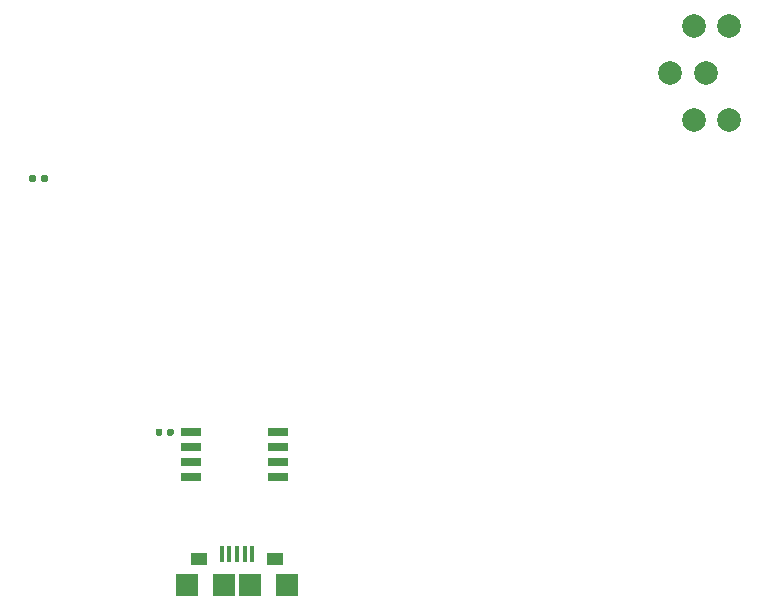
<source format=gbp>
G04 #@! TF.GenerationSoftware,KiCad,Pcbnew,5.1.10*
G04 #@! TF.CreationDate,2021-09-05T11:20:00+02:00*
G04 #@! TF.ProjectId,badge,62616467-652e-46b6-9963-61645f706362,rev?*
G04 #@! TF.SameCoordinates,Original*
G04 #@! TF.FileFunction,Paste,Bot*
G04 #@! TF.FilePolarity,Positive*
%FSLAX46Y46*%
G04 Gerber Fmt 4.6, Leading zero omitted, Abs format (unit mm)*
G04 Created by KiCad (PCBNEW 5.1.10) date 2021-09-05 11:20:00*
%MOMM*%
%LPD*%
G01*
G04 APERTURE LIST*
%ADD10C,2.000000*%
%ADD11R,0.400000X1.350000*%
%ADD12R,1.350000X1.000000*%
%ADD13R,1.900000X1.900000*%
%ADD14R,1.700000X0.650000*%
G04 APERTURE END LIST*
G36*
G01*
X144380000Y-130670000D02*
X144380000Y-130330000D01*
G75*
G02*
X144520000Y-130190000I140000J0D01*
G01*
X144800000Y-130190000D01*
G75*
G02*
X144940000Y-130330000I0J-140000D01*
G01*
X144940000Y-130670000D01*
G75*
G02*
X144800000Y-130810000I-140000J0D01*
G01*
X144520000Y-130810000D01*
G75*
G02*
X144380000Y-130670000I0J140000D01*
G01*
G37*
G36*
G01*
X143420000Y-130670000D02*
X143420000Y-130330000D01*
G75*
G02*
X143560000Y-130190000I140000J0D01*
G01*
X143840000Y-130190000D01*
G75*
G02*
X143980000Y-130330000I0J-140000D01*
G01*
X143980000Y-130670000D01*
G75*
G02*
X143840000Y-130810000I-140000J0D01*
G01*
X143560000Y-130810000D01*
G75*
G02*
X143420000Y-130670000I0J140000D01*
G01*
G37*
D10*
X189000000Y-104100000D03*
X187000000Y-100100000D03*
X189000000Y-96100000D03*
X192000000Y-96100000D03*
X190000000Y-100100000D03*
X192000000Y-104100000D03*
D11*
X151600000Y-140800000D03*
X150950000Y-140800000D03*
X150300000Y-140800000D03*
X149650000Y-140800000D03*
X149000000Y-140800000D03*
D12*
X153500000Y-141200000D03*
X147100000Y-141200000D03*
D13*
X146100000Y-143450000D03*
X154500000Y-143400000D03*
X151400000Y-143400000D03*
X149200000Y-143400000D03*
G36*
G01*
X134280000Y-108815000D02*
X134280000Y-109185000D01*
G75*
G02*
X134145000Y-109320000I-135000J0D01*
G01*
X133875000Y-109320000D01*
G75*
G02*
X133740000Y-109185000I0J135000D01*
G01*
X133740000Y-108815000D01*
G75*
G02*
X133875000Y-108680000I135000J0D01*
G01*
X134145000Y-108680000D01*
G75*
G02*
X134280000Y-108815000I0J-135000D01*
G01*
G37*
G36*
G01*
X133260000Y-108815000D02*
X133260000Y-109185000D01*
G75*
G02*
X133125000Y-109320000I-135000J0D01*
G01*
X132855000Y-109320000D01*
G75*
G02*
X132720000Y-109185000I0J135000D01*
G01*
X132720000Y-108815000D01*
G75*
G02*
X132855000Y-108680000I135000J0D01*
G01*
X133125000Y-108680000D01*
G75*
G02*
X133260000Y-108815000I0J-135000D01*
G01*
G37*
D14*
X146450000Y-134305000D03*
X146450000Y-133035000D03*
X146450000Y-131765000D03*
X146450000Y-130495000D03*
X153750000Y-130495000D03*
X153750000Y-131765000D03*
X153750000Y-133035000D03*
X153750000Y-134305000D03*
M02*

</source>
